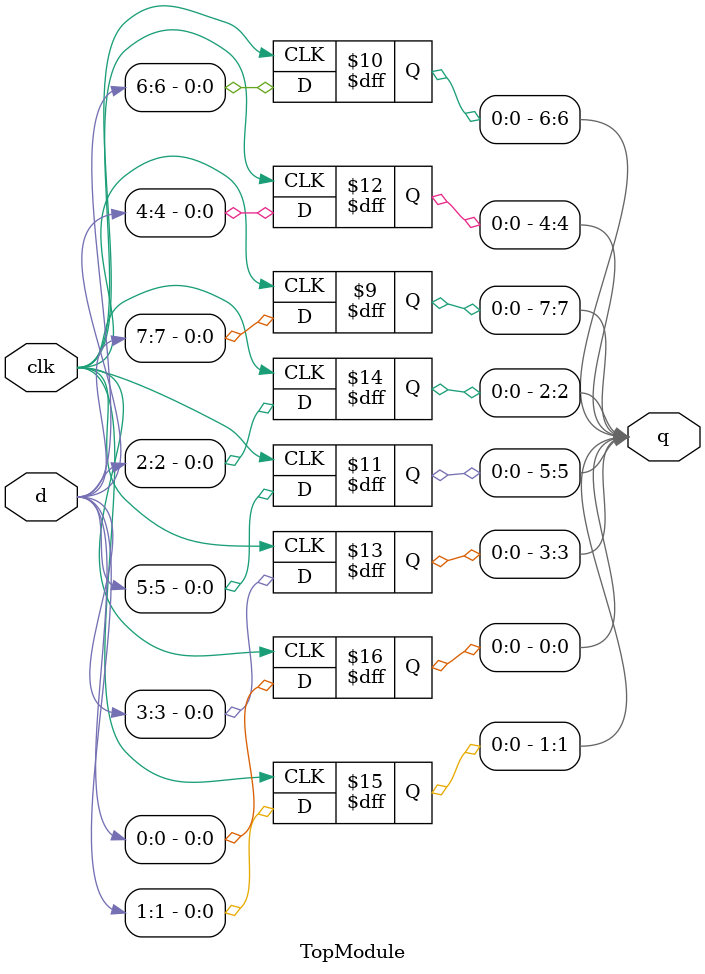
<source format=sv>

module TopModule (
  input clk,
  input [7:0] d,
  output reg [7:0] q
);
genvar i;
for (i=0; i<8; i++) begin : dff_loop
    always @(posedge clk) begin
        q[i] <= d[i];
    end
end
endmodule

</source>
